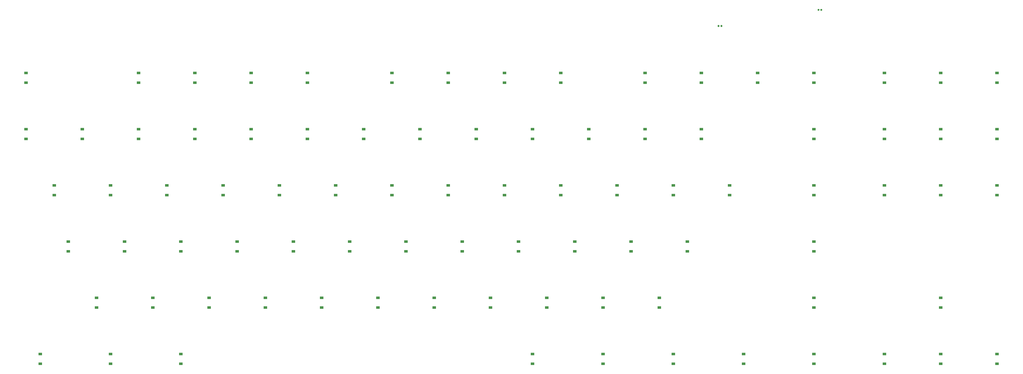
<source format=gbr>
G04 #@! TF.GenerationSoftware,KiCad,Pcbnew,(5.1.12)-1*
G04 #@! TF.CreationDate,2023-01-21T13:53:20-07:00*
G04 #@! TF.ProjectId,keyboard,6b657962-6f61-4726-942e-6b696361645f,rev?*
G04 #@! TF.SameCoordinates,Original*
G04 #@! TF.FileFunction,Paste,Bot*
G04 #@! TF.FilePolarity,Positive*
%FSLAX46Y46*%
G04 Gerber Fmt 4.6, Leading zero omitted, Abs format (unit mm)*
G04 Created by KiCad (PCBNEW (5.1.12)-1) date 2023-01-21 13:53:20*
%MOMM*%
%LPD*%
G01*
G04 APERTURE LIST*
%ADD10R,1.200000X0.900000*%
G04 APERTURE END LIST*
G36*
G01*
X256731000Y-8463500D02*
X256731000Y-8808500D01*
G75*
G02*
X256583500Y-8956000I-147500J0D01*
G01*
X256288500Y-8956000D01*
G75*
G02*
X256141000Y-8808500I0J147500D01*
G01*
X256141000Y-8463500D01*
G75*
G02*
X256288500Y-8316000I147500J0D01*
G01*
X256583500Y-8316000D01*
G75*
G02*
X256731000Y-8463500I0J-147500D01*
G01*
G37*
G36*
G01*
X257701000Y-8463500D02*
X257701000Y-8808500D01*
G75*
G02*
X257553500Y-8956000I-147500J0D01*
G01*
X257258500Y-8956000D01*
G75*
G02*
X257111000Y-8808500I0J147500D01*
G01*
X257111000Y-8463500D01*
G75*
G02*
X257258500Y-8316000I147500J0D01*
G01*
X257553500Y-8316000D01*
G75*
G02*
X257701000Y-8463500I0J-147500D01*
G01*
G37*
G36*
G01*
X290531000Y-3005000D02*
X290531000Y-3345000D01*
G75*
G02*
X290391000Y-3485000I-140000J0D01*
G01*
X290111000Y-3485000D01*
G75*
G02*
X289971000Y-3345000I0J140000D01*
G01*
X289971000Y-3005000D01*
G75*
G02*
X290111000Y-2865000I140000J0D01*
G01*
X290391000Y-2865000D01*
G75*
G02*
X290531000Y-3005000I0J-140000D01*
G01*
G37*
G36*
G01*
X291491000Y-3005000D02*
X291491000Y-3345000D01*
G75*
G02*
X291351000Y-3485000I-140000J0D01*
G01*
X291071000Y-3485000D01*
G75*
G02*
X290931000Y-3345000I0J140000D01*
G01*
X290931000Y-3005000D01*
G75*
G02*
X291071000Y-2865000I140000J0D01*
G01*
X291351000Y-2865000D01*
G75*
G02*
X291491000Y-3005000I0J-140000D01*
G01*
G37*
D10*
X22050000Y-24567000D03*
X22050000Y-27867000D03*
X60150000Y-24567000D03*
X60150000Y-27867000D03*
X79200000Y-24567000D03*
X79200000Y-27867000D03*
X98250000Y-24567000D03*
X98250000Y-27867000D03*
X117300000Y-24567000D03*
X117300000Y-27867000D03*
X145875000Y-24567000D03*
X145875000Y-27867000D03*
X164925000Y-24567000D03*
X164925000Y-27867000D03*
X183975000Y-24567000D03*
X183975000Y-27867000D03*
X203025000Y-24567000D03*
X203025000Y-27867000D03*
X231600000Y-24567000D03*
X231600000Y-27867000D03*
X250650000Y-24567000D03*
X250650000Y-27867000D03*
X269700000Y-24567000D03*
X269700000Y-27867000D03*
X288750000Y-24567000D03*
X288750000Y-27867000D03*
X312562500Y-24567000D03*
X312562500Y-27867000D03*
X331612500Y-24567000D03*
X331612500Y-27867000D03*
X350662500Y-24567000D03*
X350662500Y-27867000D03*
X22050000Y-43617000D03*
X22050000Y-46917000D03*
X41100000Y-43617000D03*
X41100000Y-46917000D03*
X60150000Y-43617000D03*
X60150000Y-46917000D03*
X79200000Y-43617000D03*
X79200000Y-46917000D03*
X98250000Y-43617000D03*
X98250000Y-46917000D03*
X117300000Y-43617000D03*
X117300000Y-46917000D03*
X136350000Y-43617000D03*
X136350000Y-46917000D03*
X155400000Y-43617000D03*
X155400000Y-46917000D03*
X174450000Y-43617000D03*
X174450000Y-46917000D03*
X193500000Y-43617000D03*
X193500000Y-46917000D03*
X212550000Y-43617000D03*
X212550000Y-46917000D03*
X231600000Y-43617000D03*
X231600000Y-46917000D03*
X250650000Y-43617000D03*
X250650000Y-46917000D03*
X288750000Y-43617000D03*
X288750000Y-46917000D03*
X312562500Y-43617000D03*
X312562500Y-46917000D03*
X331612500Y-43617000D03*
X331612500Y-46917000D03*
X350662500Y-43617000D03*
X350662500Y-46917000D03*
X31575000Y-62667000D03*
X31575000Y-65967000D03*
X50625000Y-62667000D03*
X50625000Y-65967000D03*
X69675000Y-62667000D03*
X69675000Y-65967000D03*
X88725000Y-62667000D03*
X88725000Y-65967000D03*
X107775000Y-62667000D03*
X107775000Y-65967000D03*
X126825000Y-62667000D03*
X126825000Y-65967000D03*
X145875000Y-62667000D03*
X145875000Y-65967000D03*
X164925000Y-62667000D03*
X164925000Y-65967000D03*
X183975000Y-62667000D03*
X183975000Y-65967000D03*
X203025000Y-62667000D03*
X203025000Y-65967000D03*
X222075000Y-62667000D03*
X222075000Y-65967000D03*
X241125000Y-62667000D03*
X241125000Y-65967000D03*
X260175000Y-62667000D03*
X260175000Y-65967000D03*
X288750000Y-62667000D03*
X288750000Y-65967000D03*
X312562500Y-62667000D03*
X312562500Y-65967000D03*
X331612500Y-62667000D03*
X331612500Y-65967000D03*
X350662500Y-62667000D03*
X350662500Y-65967000D03*
X36337500Y-81717000D03*
X36337500Y-85017000D03*
X55387500Y-81717000D03*
X55387500Y-85017000D03*
X74437500Y-81717000D03*
X74437500Y-85017000D03*
X93487500Y-81717000D03*
X93487500Y-85017000D03*
X112537500Y-81717000D03*
X112537500Y-85017000D03*
X131587500Y-81717000D03*
X131587500Y-85017000D03*
X150637500Y-81717000D03*
X150637500Y-85017000D03*
X169687500Y-81717000D03*
X169687500Y-85017000D03*
X188737500Y-81717000D03*
X188737500Y-85017000D03*
X207787500Y-81717000D03*
X207787500Y-85017000D03*
X226837500Y-81717000D03*
X226837500Y-85017000D03*
X245887500Y-81717000D03*
X245887500Y-85017000D03*
X288750000Y-81717000D03*
X288750000Y-85017000D03*
X45862500Y-100767000D03*
X45862500Y-104067000D03*
X64912500Y-100767000D03*
X64912500Y-104067000D03*
X83962500Y-100767000D03*
X83962500Y-104067000D03*
X103012500Y-100767000D03*
X103012500Y-104067000D03*
X122062500Y-100767000D03*
X122062500Y-104067000D03*
X141112500Y-100767000D03*
X141112500Y-104067000D03*
X160162500Y-100767000D03*
X160162500Y-104067000D03*
X179212500Y-100767000D03*
X179212500Y-104067000D03*
X198262500Y-100767000D03*
X198262500Y-104067000D03*
X217312500Y-100767000D03*
X217312500Y-104067000D03*
X236362500Y-100767000D03*
X236362500Y-104067000D03*
X288750000Y-100767000D03*
X288750000Y-104067000D03*
X331612500Y-100767000D03*
X331612500Y-104067000D03*
X26812500Y-119817000D03*
X26812500Y-123117000D03*
X50625000Y-119817000D03*
X50625000Y-123117000D03*
X74437500Y-119817000D03*
X74437500Y-123117000D03*
X193500000Y-119817000D03*
X193500000Y-123117000D03*
X217312500Y-119817000D03*
X217312500Y-123117000D03*
X241125000Y-119817000D03*
X241125000Y-123117000D03*
X264937500Y-119817000D03*
X264937500Y-123117000D03*
X288750000Y-119817000D03*
X288750000Y-123117000D03*
X312562500Y-119817000D03*
X312562500Y-123117000D03*
X331612500Y-119817000D03*
X331612500Y-123117000D03*
X350662500Y-119817000D03*
X350662500Y-123117000D03*
M02*

</source>
